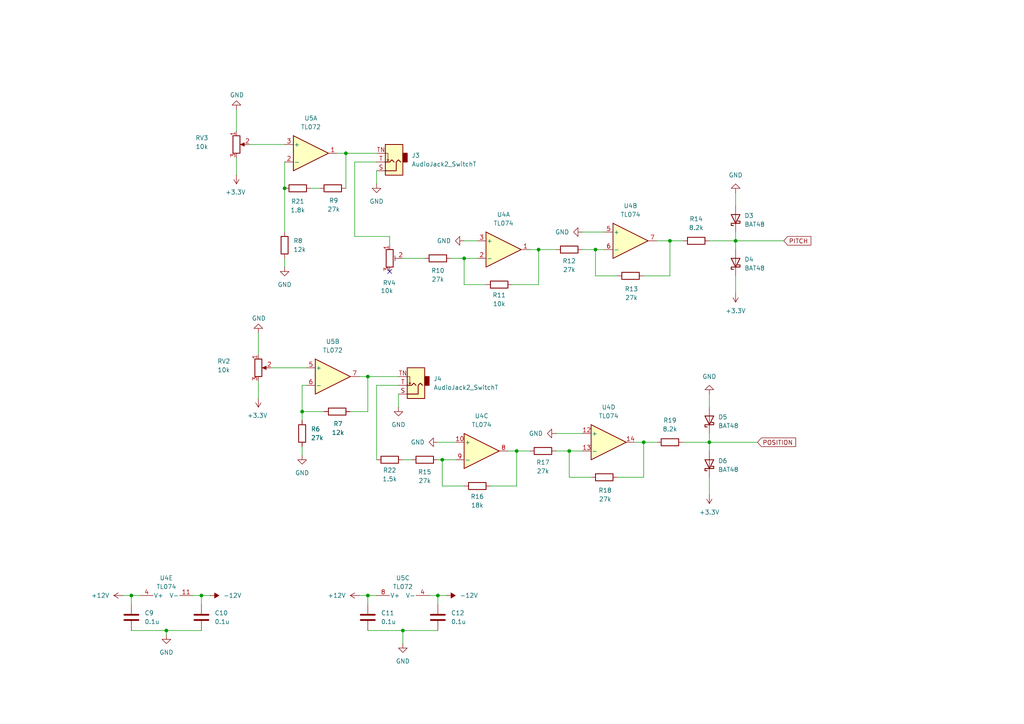
<source format=kicad_sch>
(kicad_sch (version 20231120) (generator "eeschema") (generator_version "8.0")
  (paper "A4")
  (title_block (title "Input") (date "2024-11-18") (rev "1"))
  (lib_symbols
    (symbol "Amplifier_Operational:TL072" (pin_names (offset 0.127))
      (property "Reference" "U" (at 0 5.08 0))
      (property "Value" "TL072" (at 0 -5.08 0))
      (symbol "TL072_1_1"
        (polyline (pts (xy -5.08 5.08) (xy 5.08 0) (xy -5.08 -5.08) (xy -5.08 5.08)) (stroke (width 0.254)) (fill (type background)))
        (pin output line (at 7.62 0 180) (length 2.54) (name "~") (number "1"))
        (pin input line (at -7.62 -2.54 0) (length 2.54) (name "-") (number "2"))
        (pin input line (at -7.62 2.54 0) (length 2.54) (name "+") (number "3"))
      )
      (symbol "TL072_2_1"
        (polyline (pts (xy -5.08 5.08) (xy 5.08 0) (xy -5.08 -5.08) (xy -5.08 5.08)) (stroke (width 0.254)) (fill (type background)))
        (pin input line (at -7.62 2.54 0) (length 2.54) (name "+") (number "5"))
        (pin input line (at -7.62 -2.54 0) (length 2.54) (name "-") (number "6"))
        (pin output line (at 7.62 0 180) (length 2.54) (name "~") (number "7"))
      )
      (symbol "TL072_3_1"
        (pin power_in line (at -2.54 -7.62 90) (length 3.81) (name "V-") (number "4"))
        (pin power_in line (at -2.54 7.62 270) (length 3.81) (name "V+") (number "8"))
      )
    )
    (symbol "Amplifier_Operational:TL074" (pin_names (offset 0.127))
      (property "Reference" "U" (at 0 5.08 0))
      (property "Value" "TL074" (at 0 -5.08 0))
      (symbol "TL074_1_1"
        (polyline (pts (xy -5.08 5.08) (xy 5.08 0) (xy -5.08 -5.08) (xy -5.08 5.08)) (stroke (width 0.254)) (fill (type background)))
        (pin output line (at 7.62 0 180) (length 2.54) (name "~") (number "1"))
        (pin input line (at -7.62 -2.54 0) (length 2.54) (name "-") (number "2"))
        (pin input line (at -7.62 2.54 0) (length 2.54) (name "+") (number "3"))
      )
      (symbol "TL074_2_1"
        (polyline (pts (xy -5.08 5.08) (xy 5.08 0) (xy -5.08 -5.08) (xy -5.08 5.08)) (stroke (width 0.254)) (fill (type background)))
        (pin input line (at -7.62 2.54 0) (length 2.54) (name "+") (number "5"))
        (pin input line (at -7.62 -2.54 0) (length 2.54) (name "-") (number "6"))
        (pin output line (at 7.62 0 180) (length 2.54) (name "~") (number "7"))
      )
      (symbol "TL074_3_1"
        (polyline (pts (xy -5.08 5.08) (xy 5.08 0) (xy -5.08 -5.08) (xy -5.08 5.08)) (stroke (width 0.254)) (fill (type background)))
        (pin input line (at -7.62 2.54 0) (length 2.54) (name "+") (number "10"))
        (pin output line (at 7.62 0 180) (length 2.54) (name "~") (number "8"))
        (pin input line (at -7.62 -2.54 0) (length 2.54) (name "-") (number "9"))
      )
      (symbol "TL074_4_1"
        (polyline (pts (xy -5.08 5.08) (xy 5.08 0) (xy -5.08 -5.08) (xy -5.08 5.08)) (stroke (width 0.254)) (fill (type background)))
        (pin input line (at -7.62 2.54 0) (length 2.54) (name "+") (number "12"))
        (pin input line (at -7.62 -2.54 0) (length 2.54) (name "-") (number "13"))
        (pin output line (at 7.62 0 180) (length 2.54) (name "~") (number "14"))
      )
      (symbol "TL074_5_1"
        (pin power_in line (at -2.54 -7.62 90) (length 3.81) (name "V-") (number "11"))
        (pin power_in line (at -2.54 7.62 270) (length 3.81) (name "V+") (number "4"))
      )
    )
    (symbol "Connector_Audio:AudioJack2_SwitchT"
      (property "Reference" "J" (at 0 8.89 0))
      (property "Value" "AudioJack2_SwitchT" (at 0 6.35 0))
      (symbol "AudioJack2_SwitchT_0_1"
        (rectangle (start -2.54 0) (end -3.81 -2.54) (stroke (width 0.254)) (fill (type outline)))
        (polyline (pts (xy 1.778 -0.254) (xy 2.032 -0.762)))
        (polyline (pts (xy 0 0) (xy 0.635 -0.635) (xy 1.27 0) (xy 2.54 0)) (stroke (width 0.254)))
        (polyline (pts (xy 2.54 -2.54) (xy 1.778 -2.54) (xy 1.778 -0.254) (xy 1.524 -0.762)))
        (polyline (pts (xy 2.54 2.54) (xy -0.635 2.54) (xy -0.635 0) (xy -1.27 -0.635) (xy -1.905 0)) (stroke (width 0.254)))
        (rectangle (start 2.54 3.81) (end -2.54 -5.08) (stroke (width 0.254)) (fill (type background)))
      )
      (symbol "AudioJack2_SwitchT_1_1"
        (pin passive line (at 5.08 2.54 180) (length 2.54) (name "~") (number "S"))
        (pin passive line (at 5.08 0 180) (length 2.54) (name "~") (number "T"))
        (pin passive line (at 5.08 -2.54 180) (length 2.54) (name "~") (number "TN"))
      )
    )
    (symbol "Device:C" (pin_numbers hide) (pin_names (offset 0.254))
      (property "Reference" "C" (at 0.635 2.54 0))
      (property "Value" "C" (at 0.635 -2.54 0))
      (symbol "C_0_1"
        (polyline (pts (xy -2.032 -0.762) (xy 2.032 -0.762)) (stroke (width 0.508)))
        (polyline (pts (xy -2.032 0.762) (xy 2.032 0.762)) (stroke (width 0.508)))
      )
      (symbol "C_1_1"
        (pin passive line (at 0 3.81 270) (length 2.794) (name "~") (number "1"))
        (pin passive line (at 0 -3.81 90) (length 2.794) (name "~") (number "2"))
      )
    )
    (symbol "Device:R" (pin_numbers hide) (pin_names (offset 0))
      (property "Reference" "R" (at 2.032 0 90))
      (property "Value" "R" (at 0 0 90))
      (symbol "R_0_1"
        (rectangle (start -1.016 -2.54) (end 1.016 2.54) (stroke (width 0.254)))
      )
      (symbol "R_1_1"
        (pin passive line (at 0 3.81 270) (length 1.27) (name "~") (number "1"))
        (pin passive line (at 0 -3.81 90) (length 1.27) (name "~") (number "2"))
      )
    )
    (symbol "Device:R_Potentiometer" (pin_names (offset 1.016) hide)
      (property "Reference" "RV" (at -4.445 0 90))
      (property "Value" "R_Potentiometer" (at -2.54 0 90))
      (symbol "R_Potentiometer_0_1"
        (polyline (pts (xy 2.54 0) (xy 1.524 0)))
        (polyline (pts (xy 1.143 0) (xy 2.286 0.508) (xy 2.286 -0.508) (xy 1.143 0)) (fill (type outline)))
        (rectangle (start 1.016 2.54) (end -1.016 -2.54) (stroke (width 0.254)))
      )
      (symbol "R_Potentiometer_1_1"
        (pin passive line (at 0 3.81 270) (length 1.27) (name "1") (number "1"))
        (pin passive line (at 3.81 0 180) (length 1.27) (name "2") (number "2"))
        (pin passive line (at 0 -3.81 90) (length 1.27) (name "3") (number "3"))
      )
    )
    (symbol "Device:R_Potentiometer_Trim" (pin_names (offset 1.016) hide)
      (property "Reference" "RV" (at -4.445 0 90))
      (property "Value" "R_Potentiometer_Trim" (at -2.54 0 90))
      (symbol "R_Potentiometer_Trim_0_1"
        (polyline (pts (xy 1.524 0.762) (xy 1.524 -0.762)))
        (polyline (pts (xy 2.54 0) (xy 1.524 0)))
        (rectangle (start 1.016 2.54) (end -1.016 -2.54) (stroke (width 0.254)))
      )
      (symbol "R_Potentiometer_Trim_1_1"
        (pin passive line (at 0 3.81 270) (length 1.27) (name "1") (number "1"))
        (pin passive line (at 3.81 0 180) (length 1.27) (name "2") (number "2"))
        (pin passive line (at 0 -3.81 90) (length 1.27) (name "3") (number "3"))
      )
    )
    (symbol "Diode:BAT48RL" (pin_numbers hide) (pin_names (offset 1.016) hide)
      (property "Reference" "D" (at 0 2.54 0))
      (property "Value" "BAT48RL" (at 0 -2.54 0))
      (symbol "BAT48RL_0_1"
        (polyline (pts (xy 1.27 0) (xy -1.27 0)))
        (polyline (pts (xy 1.27 1.27) (xy 1.27 -1.27) (xy -1.27 0) (xy 1.27 1.27)) (stroke (width 0.254)))
        (polyline (pts (xy -1.905 0.635) (xy -1.905 1.27) (xy -1.27 1.27) (xy -1.27 -1.27) (xy -0.635 -1.27) (xy -0.635 -0.635)) (stroke (width 0.254)))
      )
      (symbol "BAT48RL_1_1"
        (pin passive line (at -3.81 0 0) (length 2.54) (name "K") (number "1"))
        (pin passive line (at 3.81 0 180) (length 2.54) (name "A") (number "2"))
      )
    )
    (symbol "power:+12V" (power) (pin_numbers hide) (pin_names (offset 0) hide)
      (property "Value" "+12V" (at 0 3.556 0))
      (symbol "+12V_0_1"
        (polyline (pts (xy -0.762 1.27) (xy 0 2.54)))
        (polyline (pts (xy 0 0) (xy 0 2.54)))
        (polyline (pts (xy 0 2.54) (xy 0.762 1.27)))
      )
      (symbol "+12V_1_1"
        (pin power_in line (at 0 0 90) (length 0) (name "~") (number "1"))
      )
    )
    (symbol "power:+3.3V" (power) (pin_numbers hide) (pin_names (offset 0) hide)
      (property "Value" "+3.3V" (at 0 3.556 0))
      (symbol "+3.3V_0_1"
        (polyline (pts (xy -0.762 1.27) (xy 0 2.54)))
        (polyline (pts (xy 0 0) (xy 0 2.54)))
        (polyline (pts (xy 0 2.54) (xy 0.762 1.27)))
      )
      (symbol "+3.3V_1_1"
        (pin power_in line (at 0 0 90) (length 0) (name "~") (number "1"))
      )
    )
    (symbol "power:-12V" (power) (pin_numbers hide) (pin_names (offset 0) hide)
      (property "Value" "-12V" (at 0 3.556 0))
      (symbol "-12V_0_0"
        (pin power_in line (at 0 0 90) (length 0) (name "~") (number "1"))
      )
      (symbol "-12V_0_1"
        (polyline (pts (xy 0 0) (xy 0 1.27) (xy 0.762 1.27) (xy 0 2.54) (xy -0.762 1.27) (xy 0 1.27)) (fill (type outline)))
      )
    )
    (symbol "power:GND" (power) (pin_numbers hide) (pin_names (offset 0) hide)
      (property "Value" "GND" (at 0 -3.81 0))
      (symbol "GND_0_1"
        (polyline (pts (xy 0 0) (xy 0 -1.27) (xy 1.27 -1.27) (xy 0 -2.54) (xy -1.27 -1.27) (xy 0 -1.27)))
      )
      (symbol "GND_1_1"
        (pin power_in line (at 0 0 270) (length 0) (name "~") (number "1"))
      )
    )
  )
  (junction (at 38.1 172.72))
  (junction (at 128.27 133.35))
  (junction (at 116.84 182.88))
  (junction (at 100.33 44.45))
  (junction (at 127 172.72))
  (junction (at 205.74 128.27))
  (junction (at 194.31 69.85))
  (junction (at 134.62 74.93))
  (junction (at 213.36 69.85))
  (junction (at 156.21 72.39))
  (junction (at 106.68 109.22))
  (junction (at 106.68 172.72))
  (junction (at 82.55 54.61))
  (junction (at 172.72 72.39))
  (junction (at 87.63 119.38))
  (junction (at 58.42 172.72))
  (junction (at 165.1 130.81))
  (junction (at 149.86 130.81))
  (junction (at 48.26 182.88))
  (junction (at 186.69 128.27))
  (no_connect (at 113.03 78.74))
  (wire (pts (xy 194.31 80.01) (xy 186.69 80.01)))
  (wire (pts (xy 90.17 54.61) (xy 92.71 54.61)))
  (wire (pts (xy 156.21 82.55) (xy 148.59 82.55)))
  (wire (pts (xy 106.68 109.22) (xy 106.68 119.38)))
  (wire (pts (xy 87.63 119.38) (xy 87.63 121.92)))
  (wire (pts (xy 100.33 44.45) (xy 100.33 54.61)))
  (wire (pts (xy 78.74 106.68) (xy 88.9 106.68)))
  (wire (pts (xy 68.58 45.72) (xy 68.58 50.8)))
  (wire (pts (xy 106.68 109.22) (xy 115.57 109.22)))
  (wire (pts (xy 165.1 130.81) (xy 168.91 130.81)))
  (wire (pts (xy 127 128.27) (xy 132.08 128.27)))
  (wire (pts (xy 82.55 46.99) (xy 82.55 54.61)))
  (wire (pts (xy 58.42 172.72) (xy 60.96 172.72)))
  (wire (pts (xy 213.36 69.85) (xy 227.33 69.85)))
  (wire (pts (xy 186.69 128.27) (xy 190.5 128.27)))
  (wire (pts (xy 127 172.72) (xy 127 175.26)))
  (wire (pts (xy 93.98 119.38) (xy 87.63 119.38)))
  (wire (pts (xy 186.69 138.43) (xy 179.07 138.43)))
  (wire (pts (xy 109.22 46.99) (xy 102.87 46.99)))
  (wire (pts (xy 113.03 68.58) (xy 113.03 71.12)))
  (wire (pts (xy 156.21 72.39) (xy 156.21 82.55)))
  (wire (pts (xy 134.62 140.97) (xy 128.27 140.97)))
  (wire (pts (xy 153.67 72.39) (xy 156.21 72.39)))
  (wire (pts (xy 35.56 172.72) (xy 38.1 172.72)))
  (wire (pts (xy 74.93 110.49) (xy 74.93 115.57)))
  (wire (pts (xy 74.93 96.52) (xy 74.93 102.87)))
  (wire (pts (xy 48.26 184.15) (xy 48.26 182.88)))
  (wire (pts (xy 55.88 172.72) (xy 58.42 172.72)))
  (wire (pts (xy 115.57 111.76) (xy 109.22 111.76)))
  (wire (pts (xy 161.29 130.81) (xy 165.1 130.81)))
  (wire (pts (xy 186.69 128.27) (xy 186.69 138.43)))
  (wire (pts (xy 171.45 138.43) (xy 165.1 138.43)))
  (wire (pts (xy 104.14 109.22) (xy 106.68 109.22)))
  (wire (pts (xy 147.32 130.81) (xy 149.86 130.81)))
  (wire (pts (xy 184.15 128.27) (xy 186.69 128.27)))
  (wire (pts (xy 149.86 130.81) (xy 153.67 130.81)))
  (wire (pts (xy 205.74 138.43) (xy 205.74 143.51)))
  (wire (pts (xy 109.22 49.53) (xy 109.22 53.34)))
  (wire (pts (xy 87.63 119.38) (xy 87.63 111.76)))
  (wire (pts (xy 106.68 172.72) (xy 106.68 175.26)))
  (wire (pts (xy 116.84 74.93) (xy 123.19 74.93)))
  (wire (pts (xy 179.07 80.01) (xy 172.72 80.01)))
  (wire (pts (xy 130.81 74.93) (xy 134.62 74.93)))
  (wire (pts (xy 213.36 69.85) (xy 213.36 67.31)))
  (wire (pts (xy 38.1 172.72) (xy 38.1 175.26)))
  (wire (pts (xy 213.36 69.85) (xy 213.36 72.39)))
  (wire (pts (xy 128.27 140.97) (xy 128.27 133.35)))
  (wire (pts (xy 102.87 46.99) (xy 102.87 68.58)))
  (wire (pts (xy 124.46 172.72) (xy 127 172.72)))
  (wire (pts (xy 149.86 140.97) (xy 142.24 140.97)))
  (wire (pts (xy 205.74 69.85) (xy 213.36 69.85)))
  (wire (pts (xy 168.91 72.39) (xy 172.72 72.39)))
  (wire (pts (xy 205.74 128.27) (xy 219.71 128.27)))
  (wire (pts (xy 116.84 182.88) (xy 116.84 186.69)))
  (wire (pts (xy 128.27 133.35) (xy 132.08 133.35)))
  (wire (pts (xy 38.1 172.72) (xy 40.64 172.72)))
  (wire (pts (xy 68.58 31.75) (xy 68.58 38.1)))
  (wire (pts (xy 82.55 54.61) (xy 82.55 67.31)))
  (wire (pts (xy 87.63 129.54) (xy 87.63 132.08)))
  (wire (pts (xy 198.12 128.27) (xy 205.74 128.27)))
  (wire (pts (xy 102.87 68.58) (xy 113.03 68.58)))
  (wire (pts (xy 205.74 114.3) (xy 205.74 118.11)))
  (wire (pts (xy 97.79 44.45) (xy 100.33 44.45)))
  (wire (pts (xy 38.1 182.88) (xy 48.26 182.88)))
  (wire (pts (xy 115.57 114.3) (xy 115.57 118.11)))
  (wire (pts (xy 161.29 125.73) (xy 168.91 125.73)))
  (wire (pts (xy 134.62 74.93) (xy 138.43 74.93)))
  (wire (pts (xy 190.5 69.85) (xy 194.31 69.85)))
  (wire (pts (xy 106.68 172.72) (xy 109.22 172.72)))
  (wire (pts (xy 168.91 67.31) (xy 175.26 67.31)))
  (wire (pts (xy 134.62 69.85) (xy 138.43 69.85)))
  (wire (pts (xy 58.42 172.72) (xy 58.42 175.26)))
  (wire (pts (xy 205.74 128.27) (xy 205.74 130.81)))
  (wire (pts (xy 140.97 82.55) (xy 134.62 82.55)))
  (wire (pts (xy 82.55 74.93) (xy 82.55 77.47)))
  (wire (pts (xy 72.39 41.91) (xy 82.55 41.91)))
  (wire (pts (xy 194.31 69.85) (xy 198.12 69.85)))
  (wire (pts (xy 127 172.72) (xy 129.54 172.72)))
  (wire (pts (xy 116.84 133.35) (xy 119.38 133.35)))
  (wire (pts (xy 109.22 111.76) (xy 109.22 133.35)))
  (wire (pts (xy 116.84 182.88) (xy 127 182.88)))
  (wire (pts (xy 213.36 55.88) (xy 213.36 59.69)))
  (wire (pts (xy 104.14 172.72) (xy 106.68 172.72)))
  (wire (pts (xy 100.33 44.45) (xy 109.22 44.45)))
  (wire (pts (xy 165.1 138.43) (xy 165.1 130.81)))
  (wire (pts (xy 213.36 80.01) (xy 213.36 85.09)))
  (wire (pts (xy 106.68 182.88) (xy 116.84 182.88)))
  (wire (pts (xy 127 133.35) (xy 128.27 133.35)))
  (wire (pts (xy 106.68 119.38) (xy 101.6 119.38)))
  (wire (pts (xy 172.72 72.39) (xy 175.26 72.39)))
  (wire (pts (xy 205.74 128.27) (xy 205.74 125.73)))
  (wire (pts (xy 149.86 130.81) (xy 149.86 140.97)))
  (wire (pts (xy 156.21 72.39) (xy 161.29 72.39)))
  (wire (pts (xy 172.72 80.01) (xy 172.72 72.39)))
  (wire (pts (xy 194.31 69.85) (xy 194.31 80.01)))
  (wire (pts (xy 48.26 182.88) (xy 58.42 182.88)))
  (wire (pts (xy 87.63 111.76) (xy 88.9 111.76)))
  (wire (pts (xy 134.62 82.55) (xy 134.62 74.93)))
  (global_label "POSITION" (shape input) (at 219.71 128.27 0) (property "Intersheetrefs" "${INTERSHEET_REFS}" (effects (hide yes))))
  (global_label "PITCH" (shape input) (at 227.33 69.85 0) (property "Intersheetrefs" "${INTERSHEET_REFS}" (effects (hide yes))))
  (symbol (lib_id "Device:R") (at 138.43 140.97 270) (unit 1)
    (property "Reference" "R16" (at 138.43 144.018 90))
    (property "Value" "18k" (at 138.43 146.558 90))
    (property "Footprint" "Resistor_THT:R_Axial_DIN0204_L3.6mm_D1.6mm_P2.54mm_Vertical" (effects (hide yes)))
    (property "Description" "Resistor" (effects (hide yes)))
  )
  (symbol (lib_id "power:+3.3V") (at 205.74 143.51 180) (unit 1)
    (property "Reference" "#PWR050" (effects (hide yes)))
    (property "Value" "+3.3V" (at 205.74 148.59 0))
    (property "Description" "Power symbol creates a global label with name \"+3.3V\"" (effects (hide yes)))
  )
  (symbol (lib_id "Device:R") (at 144.78 82.55 270) (unit 1)
    (property "Reference" "R11" (at 144.78 85.598 90))
    (property "Value" "10k" (at 144.78 88.138 90))
    (property "Footprint" "Resistor_THT:R_Axial_DIN0204_L3.6mm_D1.6mm_P2.54mm_Vertical" (effects (hide yes)))
    (property "Description" "Resistor" (effects (hide yes)))
  )
  (symbol (lib_id "Device:R") (at 86.36 54.61 90) (unit 1)
    (property "Reference" "R21" (at 86.36 58.42 90))
    (property "Value" "1.8k" (at 86.36 60.96 90))
    (property "Footprint" "Resistor_THT:R_Axial_DIN0204_L3.6mm_D1.6mm_P2.54mm_Vertical" (effects (hide yes)))
    (property "Description" "Resistor" (effects (hide yes)))
  )
  (symbol (lib_id "power:GND") (at 115.57 118.11 0) (unit 1)
    (property "Reference" "#PWR046" (effects (hide yes)))
    (property "Value" "GND" (at 115.57 123.19 0))
    (property "Description" "Power symbol creates a global label with name \"GND\" , ground" (effects (hide yes)))
  )
  (symbol (lib_id "Diode:BAT48RL") (at 205.74 134.62 90) (unit 1)
    (property "Reference" "D6" (at 208.28 133.6674 90) (effects (justify right)))
    (property "Value" "BAT48" (at 208.28 136.2074 90) (effects (justify right)))
    (property "Footprint" "Diode_THT:D_DO-35_SOD27_P7.62mm_Horizontal" (effects (hide yes)))
    (property "Datasheet" "www.st.com/resource/en/datasheet/bat48.pdf" (effects (hide yes)))
    (property "Description" "40V 0.35A Small Signal Schottky Diode, DO-35" (effects (hide yes)))
  )
  (symbol (lib_id "Diode:BAT48RL") (at 205.74 121.92 90) (unit 1)
    (property "Reference" "D5" (at 208.28 120.9674 90) (effects (justify right)))
    (property "Value" "BAT48" (at 208.28 123.5074 90) (effects (justify right)))
    (property "Footprint" "Diode_THT:D_DO-35_SOD27_P7.62mm_Horizontal" (effects (hide yes)))
    (property "Datasheet" "www.st.com/resource/en/datasheet/bat48.pdf" (effects (hide yes)))
    (property "Description" "40V 0.35A Small Signal Schottky Diode, DO-35" (effects (hide yes)))
  )
  (symbol (lib_id "power:GND") (at 205.74 114.3 180) (unit 1)
    (property "Reference" "#PWR049" (effects (hide yes)))
    (property "Value" "GND" (at 205.74 109.22 0))
    (property "Description" "Power symbol creates a global label with name \"GND\" , ground" (effects (hide yes)))
  )
  (symbol (lib_id "Device:R") (at 165.1 72.39 270) (unit 1)
    (property "Reference" "R12" (at 165.1 75.692 90))
    (property "Value" "27k" (at 165.1 78.232 90))
    (property "Footprint" "Resistor_THT:R_Axial_DIN0204_L3.6mm_D1.6mm_P2.54mm_Vertical" (effects (hide yes)))
    (property "Description" "Resistor" (effects (hide yes)))
  )
  (symbol (lib_id "Diode:BAT48RL") (at 213.36 76.2 90) (unit 1)
    (property "Reference" "D4" (at 215.9 75.2474 90) (effects (justify right)))
    (property "Value" "BAT48" (at 215.9 77.7874 90) (effects (justify right)))
    (property "Footprint" "Diode_THT:D_DO-35_SOD27_P7.62mm_Horizontal" (effects (hide yes)))
    (property "Datasheet" "www.st.com/resource/en/datasheet/bat48.pdf" (effects (hide yes)))
    (property "Description" "40V 0.35A Small Signal Schottky Diode, DO-35" (effects (hide yes)))
  )
  (symbol (lib_id "Device:C") (at 38.1 179.07 0) (unit 1)
    (property "Reference" "C9" (at 41.91 177.7999 0) (effects (justify left)))
    (property "Value" "0.1u" (at 41.91 180.3399 0) (effects (justify left)))
    (property "Footprint" "Capacitor_THT:C_Disc_D5.0mm_W2.5mm_P5.00mm" (effects (hide yes)))
    (property "Description" "Unpolarized capacitor" (effects (hide yes)))
  )
  (symbol (lib_id "power:GND") (at 48.26 184.15 0) (unit 1)
    (property "Reference" "#PWR020" (effects (hide yes)))
    (property "Value" "GND" (at 48.26 189.23 0))
    (property "Description" "Power symbol creates a global label with name \"GND\" , ground" (effects (hide yes)))
  )
  (symbol (lib_id "Device:R") (at 123.19 133.35 90) (unit 1)
    (property "Reference" "R15" (at 123.19 136.906 90))
    (property "Value" "27k" (at 123.19 139.446 90))
    (property "Footprint" "Resistor_THT:R_Axial_DIN0204_L3.6mm_D1.6mm_P2.54mm_Vertical" (effects (hide yes)))
    (property "Description" "Resistor" (effects (hide yes)))
  )
  (symbol (lib_id "Device:R") (at 157.48 130.81 270) (unit 1)
    (property "Reference" "R17" (at 157.48 134.112 90))
    (property "Value" "27k" (at 157.48 136.652 90))
    (property "Footprint" "Resistor_THT:R_Axial_DIN0204_L3.6mm_D1.6mm_P2.54mm_Vertical" (effects (hide yes)))
    (property "Description" "Resistor" (effects (hide yes)))
  )
  (symbol (lib_id "Device:R_Potentiometer_Trim") (at 113.03 74.93 0) (unit 1)
    (property "Reference" "RV4" (at 114.808 82.042 0) (effects (justify right)))
    (property "Value" "10k" (at 114.046 84.328 0) (effects (justify right)))
    (property "Footprint" "Trimmer-potentiometer:Trimmer-potentiometer" (effects (hide yes)))
    (property "Description" "Trim-potentiometer" (effects (hide yes)))
  )
  (symbol (lib_id "power:+3.3V") (at 74.93 115.57 180) (unit 1)
    (property "Reference" "#PWR023" (effects (hide yes)))
    (property "Value" "+3.3V" (at 77.597 120.523 0) (effects (justify left)))
    (property "Description" "Power symbol creates a global label with name \"+3.3V\"" (effects (hide yes)))
  )
  (symbol (lib_id "power:GND") (at 109.22 53.34 0) (unit 1)
    (property "Reference" "#PWR041" (effects (hide yes)))
    (property "Value" "GND" (at 109.22 58.42 0))
    (property "Description" "Power symbol creates a global label with name \"GND\" , ground" (effects (hide yes)))
  )
  (symbol (lib_id "Device:R_Potentiometer") (at 68.58 41.91 0) (unit 1)
    (property "Reference" "RV3" (at 58.547 40.005 0))
    (property "Value" "10k" (at 58.547 42.545 0))
    (property "Footprint" "Potentiometer_THT:Potentiometer_Bourns_PTV09A-1_Single_Vertical" (effects (hide yes)))
    (property "Description" "Potentiometer" (effects (hide yes)))
  )
  (symbol (lib_id "Device:R") (at 194.31 128.27 90) (unit 1)
    (property "Reference" "R19" (at 194.31 121.92 90))
    (property "Value" "8.2k" (at 194.31 124.46 90))
    (property "Footprint" "Resistor_THT:R_Axial_DIN0204_L3.6mm_D1.6mm_P7.62mm_Horizontal" (effects (hide yes)))
    (property "Description" "Resistor" (effects (hide yes)))
  )
  (symbol (lib_id "power:GND") (at 87.63 132.08 0) (unit 1)
    (property "Reference" "#PWR037" (effects (hide yes)))
    (property "Value" "GND" (at 87.63 137.16 0))
    (property "Description" "Power symbol creates a global label with name \"GND\" , ground" (effects (hide yes)))
  )
  (symbol (lib_id "Device:C") (at 127 179.07 0) (unit 1)
    (property "Reference" "C12" (at 130.81 177.7999 0) (effects (justify left)))
    (property "Value" "0.1u" (at 130.81 180.3399 0) (effects (justify left)))
    (property "Footprint" "Capacitor_THT:C_Disc_D5.0mm_W2.5mm_P5.00mm" (effects (hide yes)))
    (property "Description" "Unpolarized capacitor" (effects (hide yes)))
  )
  (symbol (lib_id "power:GND") (at 74.93 96.52 180) (unit 1)
    (property "Reference" "#PWR022" (effects (hide yes)))
    (property "Value" "GND" (at 73.025 92.329 0) (effects (justify right)))
    (property "Description" "Power symbol creates a global label with name \"GND\" , ground" (effects (hide yes)))
  )
  (symbol (lib_id "power:GND") (at 116.84 186.69 0) (unit 1)
    (property "Reference" "#PWR038" (effects (hide yes)))
    (property "Value" "GND" (at 116.84 191.77 0))
    (property "Description" "Power symbol creates a global label with name \"GND\" , ground" (effects (hide yes)))
  )
  (symbol (lib_id "power:GND") (at 213.36 55.88 180) (unit 1)
    (property "Reference" "#PWR044" (effects (hide yes)))
    (property "Value" "GND" (at 213.36 50.8 0))
    (property "Description" "Power symbol creates a global label with name \"GND\" , ground" (effects (hide yes)))
  )
  (symbol (lib_id "Connector_Audio:AudioJack2_SwitchT") (at 120.65 111.76 180) (unit 1)
    (property "Reference" "J4" (at 125.73 109.8549 0) (effects (justify right)))
    (property "Value" "AudioJack2_SwitchT" (at 125.73 112.3949 0) (effects (justify right)))
    (property "Footprint" "Connector_Audio:Jack_3.5mm_QingPu_WQP-PJ398SM_Vertical_CircularHoles" (effects (hide yes)))
    (property "Description" "Audio Jack, 2 Poles (Mono / TS), Switched T Pole (Normalling)" (effects (hide yes)))
  )
  (symbol (lib_id "Device:R") (at 182.88 80.01 90) (unit 1)
    (property "Reference" "R13" (at 183.134 83.82 90))
    (property "Value" "27k" (at 183.134 86.36 90))
    (property "Footprint" "Resistor_THT:R_Axial_DIN0204_L3.6mm_D1.6mm_P2.54mm_Vertical" (effects (hide yes)))
    (property "Description" "Resistor" (effects (hide yes)))
  )
  (symbol (lib_id "Amplifier_Operational:TL074") (at 176.53 128.27 0) (unit 4)
    (property "Reference" "U4" (at 176.53 118.11 0))
    (property "Value" "TL074" (at 176.53 120.65 0))
    (property "Footprint" "Package_DIP:DIP-14_W7.62mm" (effects (hide yes)))
    (property "Datasheet" "http://www.ti.com/lit/ds/symlink/tl071.pdf" (effects (hide yes)))
    (property "Description" "Quad Low-Noise JFET-Input Operational Amplifiers, DIP-14/SOIC-14" (effects (hide yes)))
  )
  (symbol (lib_id "power:-12V") (at 60.96 172.72 270) (unit 1)
    (property "Reference" "#PWR021" (effects (hide yes)))
    (property "Value" "-12V" (at 64.77 172.7199 90) (effects (justify left)))
    (property "Description" "Power symbol creates a global label with name \"-12V\"" (effects (hide yes)))
  )
  (symbol (lib_id "Device:R") (at 127 74.93 90) (unit 1)
    (property "Reference" "R10" (at 127 78.486 90))
    (property "Value" "27k" (at 127 81.026 90))
    (property "Footprint" "Resistor_THT:R_Axial_DIN0204_L3.6mm_D1.6mm_P2.54mm_Vertical" (effects (hide yes)))
    (property "Description" "Resistor" (effects (hide yes)))
  )
  (symbol (lib_id "power:GND") (at 68.58 31.75 180) (unit 1)
    (property "Reference" "#PWR035" (effects (hide yes)))
    (property "Value" "GND" (at 66.675 27.559 0) (effects (justify right)))
    (property "Description" "Power symbol creates a global label with name \"GND\" , ground" (effects (hide yes)))
  )
  (symbol (lib_id "power:GND") (at 82.55 77.47 0) (unit 1)
    (property "Reference" "#PWR039" (effects (hide yes)))
    (property "Value" "GND" (at 82.55 82.55 0))
    (property "Description" "Power symbol creates a global label with name \"GND\" , ground" (effects (hide yes)))
  )
  (symbol (lib_id "Device:R") (at 87.63 125.73 0) (unit 1)
    (property "Reference" "R6" (at 90.17 124.4599 0) (effects (justify left)))
    (property "Value" "27k" (at 90.17 126.9999 0) (effects (justify left)))
    (property "Footprint" "Resistor_THT:R_Axial_DIN0204_L3.6mm_D1.6mm_P2.54mm_Vertical" (effects (hide yes)))
    (property "Description" "Resistor" (effects (hide yes)))
  )
  (symbol (lib_id "Amplifier_Operational:TL072") (at 90.17 44.45 0) (unit 1)
    (property "Reference" "U5" (at 90.17 34.29 0))
    (property "Value" "TL072" (at 90.17 36.83 0))
    (property "Footprint" "Package_DIP:DIP-8_W7.62mm" (effects (hide yes)))
    (property "Datasheet" "http://www.ti.com/lit/ds/symlink/tl071.pdf" (effects (hide yes)))
    (property "Description" "Dual Low-Noise JFET-Input Operational Amplifiers, DIP-8/SOIC-8" (effects (hide yes)))
  )
  (symbol (lib_id "Device:R") (at 201.93 69.85 90) (unit 1)
    (property "Reference" "R14" (at 201.93 63.5 90))
    (property "Value" "8.2k" (at 201.93 66.04 90))
    (property "Footprint" "Resistor_THT:R_Axial_DIN0204_L3.6mm_D1.6mm_P7.62mm_Horizontal" (effects (hide yes)))
    (property "Description" "Resistor" (effects (hide yes)))
  )
  (symbol (lib_id "Amplifier_Operational:TL074") (at 48.26 170.18 90) (unit 5)
    (property "Reference" "U4" (at 48.26 167.64 90))
    (property "Value" "TL074" (at 48.26 170.18 90))
    (property "Footprint" "Package_DIP:DIP-14_W7.62mm" (effects (hide yes)))
    (property "Datasheet" "http://www.ti.com/lit/ds/symlink/tl071.pdf" (effects (hide yes)))
    (property "Description" "Quad Low-Noise JFET-Input Operational Amplifiers, DIP-14/SOIC-14" (effects (hide yes)))
  )
  (symbol (lib_id "power:+3.3V") (at 213.36 85.09 180) (unit 1)
    (property "Reference" "#PWR045" (effects (hide yes)))
    (property "Value" "+3.3V" (at 213.36 90.17 0))
    (property "Description" "Power symbol creates a global label with name \"+3.3V\"" (effects (hide yes)))
  )
  (symbol (lib_id "Device:R") (at 175.26 138.43 90) (unit 1)
    (property "Reference" "R18" (at 175.514 142.24 90))
    (property "Value" "27k" (at 175.514 144.78 90))
    (property "Footprint" "Resistor_THT:R_Axial_DIN0204_L3.6mm_D1.6mm_P2.54mm_Vertical" (effects (hide yes)))
    (property "Description" "Resistor" (effects (hide yes)))
  )
  (symbol (lib_id "Device:R") (at 97.79 119.38 90) (unit 1)
    (property "Reference" "R7" (at 98.044 122.936 90))
    (property "Value" "12k" (at 98.044 125.476 90))
    (property "Footprint" "Resistor_THT:R_Axial_DIN0204_L3.6mm_D1.6mm_P2.54mm_Vertical" (effects (hide yes)))
    (property "Description" "Resistor" (effects (hide yes)))
  )
  (symbol (lib_id "power:+3.3V") (at 68.58 50.8 180) (unit 1)
    (property "Reference" "#PWR036" (effects (hide yes)))
    (property "Value" "+3.3V" (at 71.247 55.753 0) (effects (justify left)))
    (property "Description" "Power symbol creates a global label with name \"+3.3V\"" (effects (hide yes)))
  )
  (symbol (lib_id "Diode:BAT48RL") (at 213.36 63.5 90) (unit 1)
    (property "Reference" "D3" (at 215.9 62.5474 90) (effects (justify right)))
    (property "Value" "BAT48" (at 215.9 65.0874 90) (effects (justify right)))
    (property "Footprint" "Diode_THT:D_DO-35_SOD27_P7.62mm_Horizontal" (effects (hide yes)))
    (property "Datasheet" "www.st.com/resource/en/datasheet/bat48.pdf" (effects (hide yes)))
    (property "Description" "40V 0.35A Small Signal Schottky Diode, DO-35" (effects (hide yes)))
  )
  (symbol (lib_id "Device:R") (at 82.55 71.12 0) (unit 1)
    (property "Reference" "R8" (at 85.09 69.8499 0) (effects (justify left)))
    (property "Value" "12k" (at 85.09 72.3899 0) (effects (justify left)))
    (property "Footprint" "Resistor_THT:R_Axial_DIN0204_L3.6mm_D1.6mm_P2.54mm_Vertical" (effects (hide yes)))
    (property "Description" "Resistor" (effects (hide yes)))
  )
  (symbol (lib_id "power:+12V") (at 35.56 172.72 90) (unit 1)
    (property "Reference" "#PWR019" (effects (hide yes)))
    (property "Value" "+12V" (at 31.75 172.7199 90) (effects (justify left)))
    (property "Description" "Power symbol creates a global label with name \"+12V\"" (effects (hide yes)))
  )
  (symbol (lib_id "Device:R") (at 113.03 133.35 90) (unit 1)
    (property "Reference" "R22" (at 113.03 136.398 90))
    (property "Value" "1.5k" (at 113.03 138.938 90))
    (property "Footprint" "Resistor_THT:R_Axial_DIN0204_L3.6mm_D1.6mm_P2.54mm_Vertical" (effects (hide yes)))
    (property "Description" "Resistor" (effects (hide yes)))
  )
  (symbol (lib_id "power:-12V") (at 129.54 172.72 270) (unit 1)
    (property "Reference" "#PWR040" (effects (hide yes)))
    (property "Value" "-12V" (at 133.35 172.7199 90) (effects (justify left)))
    (property "Description" "Power symbol creates a global label with name \"-12V\"" (effects (hide yes)))
  )
  (symbol (lib_id "Amplifier_Operational:TL074") (at 182.88 69.85 0) (unit 2)
    (property "Reference" "U4" (at 182.88 59.69 0))
    (property "Value" "TL074" (at 182.88 62.23 0))
    (property "Footprint" "Package_DIP:DIP-14_W7.62mm" (effects (hide yes)))
    (property "Datasheet" "http://www.ti.com/lit/ds/symlink/tl071.pdf" (effects (hide yes)))
    (property "Description" "Quad Low-Noise JFET-Input Operational Amplifiers, DIP-14/SOIC-14" (effects (hide yes)))
  )
  (symbol (lib_id "Amplifier_Operational:TL072") (at 116.84 170.18 90) (unit 3)
    (property "Reference" "U5" (at 116.84 167.64 90))
    (property "Value" "TL072" (at 116.84 170.18 90))
    (property "Footprint" "Package_DIP:DIP-8_W7.62mm" (effects (hide yes)))
    (property "Datasheet" "http://www.ti.com/lit/ds/symlink/tl071.pdf" (effects (hide yes)))
    (property "Description" "Dual Low-Noise JFET-Input Operational Amplifiers, DIP-8/SOIC-8" (effects (hide yes)))
  )
  (symbol (lib_id "Device:C") (at 106.68 179.07 0) (unit 1)
    (property "Reference" "C11" (at 110.49 177.7999 0) (effects (justify left)))
    (property "Value" "0.1u" (at 110.49 180.3399 0) (effects (justify left)))
    (property "Footprint" "Capacitor_THT:C_Disc_D5.0mm_W2.5mm_P5.00mm" (effects (hide yes)))
    (property "Description" "Unpolarized capacitor" (effects (hide yes)))
  )
  (symbol (lib_id "power:GND") (at 168.91 67.31 270) (unit 1)
    (property "Reference" "#PWR043" (effects (hide yes)))
    (property "Value" "GND" (at 165.1 67.3099 90) (effects (justify right)))
    (property "Description" "Power symbol creates a global label with name \"GND\" , ground" (effects (hide yes)))
  )
  (symbol (lib_id "Amplifier_Operational:TL074") (at 139.7 130.81 0) (unit 3)
    (property "Reference" "U4" (at 139.7 120.65 0))
    (property "Value" "TL074" (at 139.7 123.19 0))
    (property "Footprint" "Package_DIP:DIP-14_W7.62mm" (effects (hide yes)))
    (property "Datasheet" "http://www.ti.com/lit/ds/symlink/tl071.pdf" (effects (hide yes)))
    (property "Description" "Quad Low-Noise JFET-Input Operational Amplifiers, DIP-14/SOIC-14" (effects (hide yes)))
  )
  (symbol (lib_id "Connector_Audio:AudioJack2_SwitchT") (at 114.3 46.99 180) (unit 1)
    (property "Reference" "J3" (at 119.38 45.0849 0) (effects (justify right)))
    (property "Value" "AudioJack2_SwitchT" (at 119.38 47.6249 0) (effects (justify right)))
    (property "Footprint" "Connector_Audio:Jack_3.5mm_QingPu_WQP-PJ398SM_Vertical_CircularHoles" (effects (hide yes)))
    (property "Description" "Audio Jack, 2 Poles (Mono / TS), Switched T Pole (Normalling)" (effects (hide yes)))
  )
  (symbol (lib_id "Amplifier_Operational:TL074") (at 146.05 72.39 0) (unit 1)
    (property "Reference" "U4" (at 146.05 62.23 0))
    (property "Value" "TL074" (at 146.05 64.77 0))
    (property "Footprint" "Package_DIP:DIP-14_W7.62mm" (effects (hide yes)))
    (property "Datasheet" "http://www.ti.com/lit/ds/symlink/tl071.pdf" (effects (hide yes)))
    (property "Description" "Quad Low-Noise JFET-Input Operational Amplifiers, DIP-14/SOIC-14" (effects (hide yes)))
  )
  (symbol (lib_id "power:GND") (at 127 128.27 270) (unit 1)
    (property "Reference" "#PWR047" (effects (hide yes)))
    (property "Value" "GND" (at 123.19 128.2699 90) (effects (justify right)))
    (property "Description" "Power symbol creates a global label with name \"GND\" , ground" (effects (hide yes)))
  )
  (symbol (lib_id "power:GND") (at 161.29 125.73 270) (unit 1)
    (property "Reference" "#PWR048" (effects (hide yes)))
    (property "Value" "GND" (at 157.48 125.7299 90) (effects (justify right)))
    (property "Description" "Power symbol creates a global label with name \"GND\" , ground" (effects (hide yes)))
  )
  (symbol (lib_id "Device:C") (at 58.42 179.07 0) (unit 1)
    (property "Reference" "C10" (at 62.23 177.7999 0) (effects (justify left)))
    (property "Value" "0.1u" (at 62.23 180.3399 0) (effects (justify left)))
    (property "Footprint" "Capacitor_THT:C_Disc_D5.0mm_W2.5mm_P5.00mm" (effects (hide yes)))
    (property "Description" "Unpolarized capacitor" (effects (hide yes)))
  )
  (symbol (lib_id "Amplifier_Operational:TL072") (at 96.52 109.22 0) (unit 2)
    (property "Reference" "U5" (at 96.52 99.06 0))
    (property "Value" "TL072" (at 96.52 101.6 0))
    (property "Footprint" "Package_DIP:DIP-8_W7.62mm" (effects (hide yes)))
    (property "Datasheet" "http://www.ti.com/lit/ds/symlink/tl071.pdf" (effects (hide yes)))
    (property "Description" "Dual Low-Noise JFET-Input Operational Amplifiers, DIP-8/SOIC-8" (effects (hide yes)))
  )
  (symbol (lib_id "power:+12V") (at 104.14 172.72 90) (unit 1)
    (property "Reference" "#PWR024" (effects (hide yes)))
    (property "Value" "+12V" (at 100.33 172.7199 90) (effects (justify left)))
    (property "Description" "Power symbol creates a global label with name \"+12V\"" (effects (hide yes)))
  )
  (symbol (lib_id "power:GND") (at 134.62 69.85 270) (unit 1)
    (property "Reference" "#PWR042" (effects (hide yes)))
    (property "Value" "GND" (at 130.81 69.8499 90) (effects (justify right)))
    (property "Description" "Power symbol creates a global label with name \"GND\" , ground" (effects (hide yes)))
  )
  (symbol (lib_id "Device:R_Potentiometer") (at 74.93 106.68 0) (unit 1)
    (property "Reference" "RV2" (at 64.897 104.775 0))
    (property "Value" "10k" (at 64.897 107.315 0))
    (property "Footprint" "Potentiometer_THT:Potentiometer_Bourns_PTV09A-1_Single_Vertical" (effects (hide yes)))
    (property "Description" "Potentiometer" (effects (hide yes)))
  )
  (symbol (lib_id "Device:R") (at 96.52 54.61 90) (unit 1)
    (property "Reference" "R9" (at 96.774 58.166 90))
    (property "Value" "27k" (at 96.774 60.706 90))
    (property "Footprint" "Resistor_THT:R_Axial_DIN0204_L3.6mm_D1.6mm_P2.54mm_Vertical" (effects (hide yes)))
    (property "Description" "Resistor" (effects (hide yes)))
  )
)
</source>
